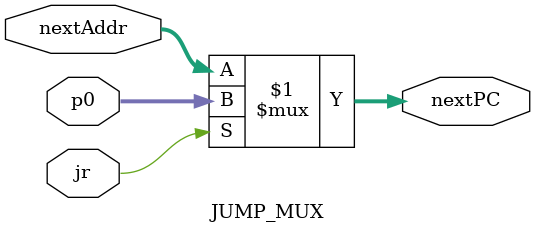
<source format=v>
module JUMP_MUX(jr, p0, nextAddr, nextPC);
  input jr;
  input[15:0] p0, nextAddr;
  output[15:0] nextPC;
  
  assign nextPC = jr ? p0 : nextAddr;
  
endmodule

</source>
